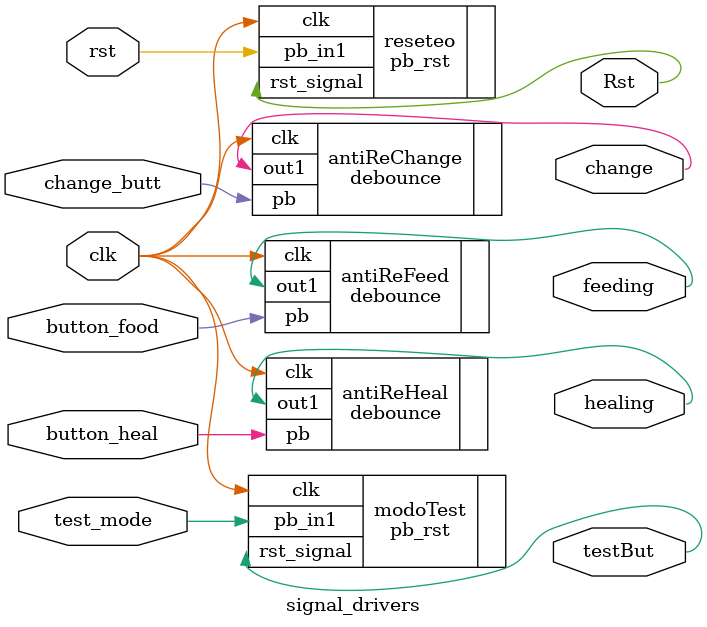
<source format=v>
`timescale 1ns / 1ps

module signal_drivers(
	 input clk,
    input rst,
	 //input light_out,
    //input echo_sig,
    input test_mode, 
    input button_food,
    input button_heal,
	 input change_butt,
	 output feeding, 
	 output healing,
	 output change,
	 output testBut,
	 output Rst
	 //  output echo, 
	 //  output light
);

	 pb_rst reseteo(.pb_in1(rst), .clk(clk), .rst_signal(Rst));
    pb_rst modoTest(.pb_in1(test_mode), .clk(clk), .rst_signal(testBut));
    debounce antiReFeed(.pb(button_food), .clk(clk), .out1(feeding));
    debounce antiReHeal(.pb(button_heal), .clk(clk), .out1(healing));
    debounce antiReChange(.pb(change_butt), .clk(clk), .out1(change));
	 
	 
endmodule 
	
</source>
